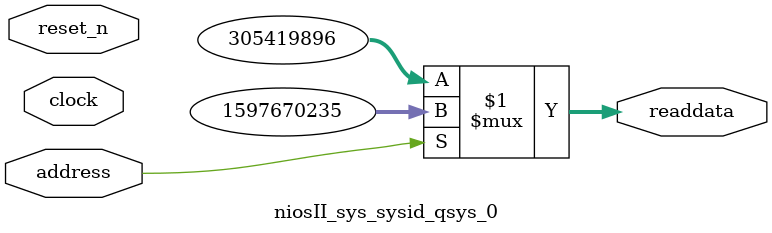
<source format=v>



// synthesis translate_off
`timescale 1ns / 1ps
// synthesis translate_on

// turn off superfluous verilog processor warnings 
// altera message_level Level1 
// altera message_off 10034 10035 10036 10037 10230 10240 10030 

module niosII_sys_sysid_qsys_0 (
               // inputs:
                address,
                clock,
                reset_n,

               // outputs:
                readdata
             )
;

  output  [ 31: 0] readdata;
  input            address;
  input            clock;
  input            reset_n;

  wire    [ 31: 0] readdata;
  //control_slave, which is an e_avalon_slave
  assign readdata = address ? 1597670235 : 305419896;

endmodule



</source>
